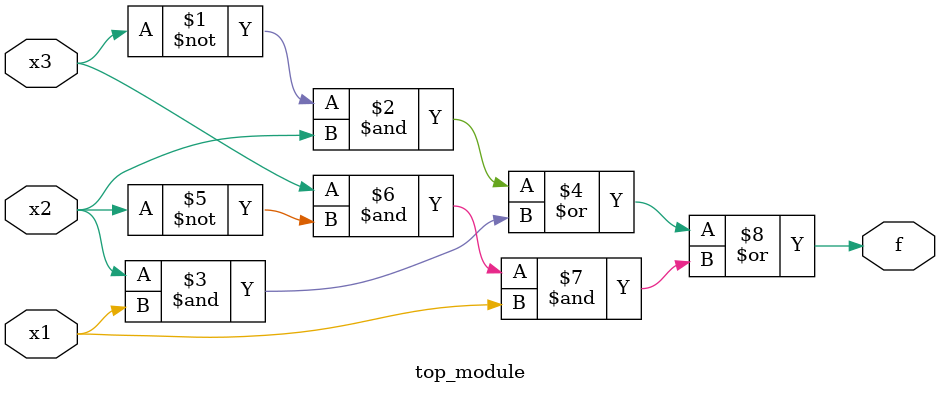
<source format=v>
module top_module( 
    input x3,
    input x2,
    input x1,  // three inputs
    output f   // one output
);

    
    
    
    assign f = (~x3&x2) | (x2&x1) | (x3 & ~x2 & x1);
    
endmodule

</source>
